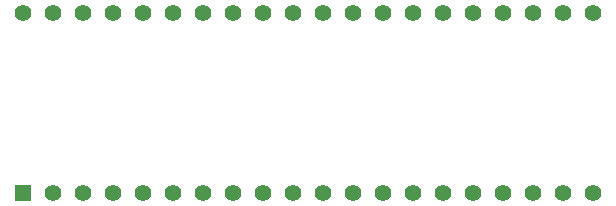
<source format=gbs>
G04 (created by PCBNEW (2013-07-07 BZR 4022)-stable) date 2/28/2015 2:35:59 PM*
%MOIN*%
G04 Gerber Fmt 3.4, Leading zero omitted, Abs format*
%FSLAX34Y34*%
G01*
G70*
G90*
G04 APERTURE LIST*
%ADD10C,0.00590551*%
%ADD11R,0.055X0.055*%
%ADD12C,0.055*%
G04 APERTURE END LIST*
G54D10*
G54D11*
X44834Y-46410D03*
G54D12*
X45834Y-46410D03*
X46834Y-46410D03*
X47834Y-46410D03*
X48834Y-46410D03*
X49834Y-46410D03*
X50834Y-46410D03*
X51834Y-46410D03*
X52834Y-46410D03*
X53834Y-46410D03*
X54834Y-46410D03*
X55834Y-46410D03*
X56834Y-46410D03*
X57834Y-46410D03*
X58834Y-46410D03*
X59834Y-46410D03*
X60834Y-46410D03*
X61834Y-46410D03*
X62834Y-46410D03*
X63834Y-46410D03*
X63834Y-40410D03*
X62834Y-40410D03*
X61834Y-40410D03*
X60834Y-40410D03*
X59834Y-40410D03*
X58834Y-40410D03*
X57834Y-40410D03*
X56834Y-40410D03*
X55834Y-40410D03*
X54834Y-40410D03*
X53834Y-40410D03*
X52834Y-40410D03*
X51834Y-40410D03*
X50834Y-40410D03*
X49834Y-40410D03*
X48834Y-40410D03*
X47834Y-40410D03*
X46834Y-40410D03*
X45834Y-40410D03*
X44834Y-40410D03*
M02*

</source>
